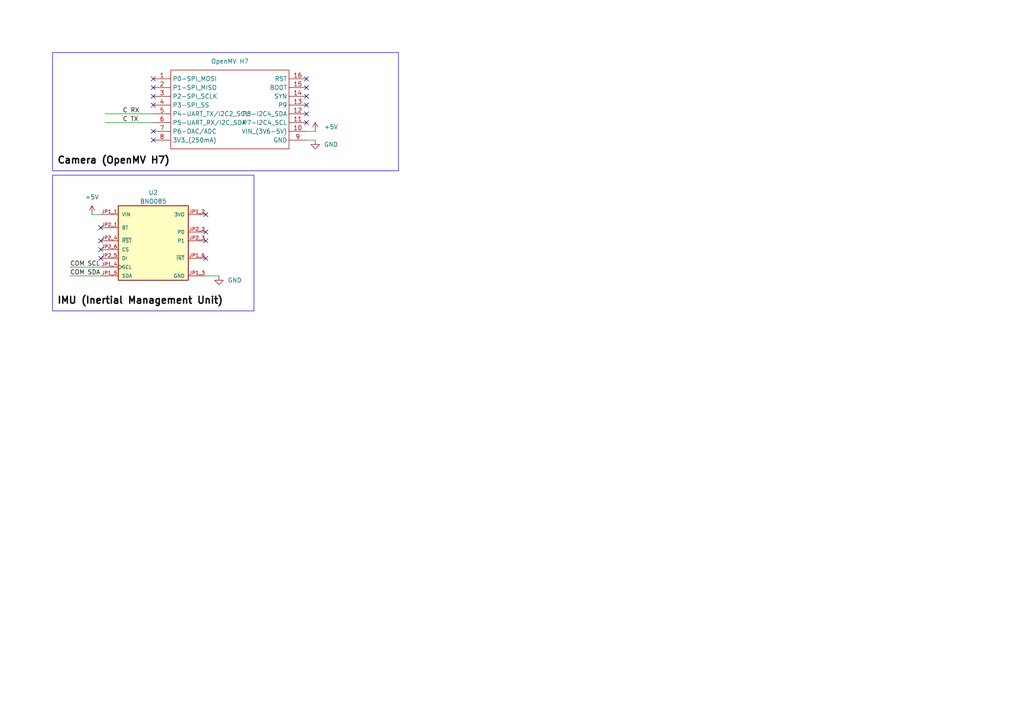
<source format=kicad_sch>
(kicad_sch (version 20230121) (generator eeschema)
  (paper "A4")
  (lib_symbols
    (symbol "4754:4754" (pin_names (offset 1.016))
      (property "Reference" "U" (at -10.16 12.192 0))
      (property "Value" "4754" (at -10.16 -12.7 0))
      (symbol "4754_0_0"
        (rectangle (start -10.16 11.43) (end 10.16 -10.16) (stroke (width 0.254)) (fill (type background)))
        (pin input line (at -15.24 8.89 0) (length 5.08) (name "VIN") (number "JP1_1"))
        (pin output line (at 15.24 8.89 180) (length 5.08) (name "3VO") (number "JP1_2"))
        (pin power_in line (at 15.24 -8.89 180) (length 5.08) (name "GND") (number "JP1_3"))
        (pin bidirectional clock (at -15.24 -6.35 0) (length 5.08) (name "SCL") (number "JP1_4"))
        (pin bidirectional line (at -15.24 -8.89 0) (length 5.08) (name "SDA") (number "JP1_5"))
        (pin output line (at 15.24 -3.81 180) (length 5.08) (name "~{INT}") (number "JP1_6"))
        (pin input line (at -15.24 5.08 0) (length 5.08) (name "BT") (number "JP2_1"))
        (pin bidirectional line (at 15.24 3.81 180) (length 5.08) (name "P0") (number "JP2_2"))
        (pin bidirectional line (at 15.24 1.27 180) (length 5.08) (name "P1") (number "JP2_3"))
        (pin input line (at -15.24 1.27 0) (length 5.08) (name "~{RST}") (number "JP2_4"))
        (pin input line (at -15.24 -3.81 0) (length 5.08) (name "DI") (number "JP2_5"))
        (pin input line (at -15.24 -1.27 0) (length 5.08) (name "CS") (number "JP2_6"))
      )
    )
    (symbol "OpenMV:OpenMV_H7"
      (property "Reference" "U" (at -16.51 3.81 0))
      (property "Value" "OpenMV H7" (at -12.7 1.27 0))
      (symbol "OpenMV_H7_0_1"
        (rectangle (start -17.78 0) (end 16.51 -22.86))
      )
      (symbol "OpenMV_H7_1_1"
        (pin input line (at -22.86 -2.54 0) (length 5.08) (name "P0-SPI_MOSI") (number "1"))
        (pin power_in line (at 21.59 -17.78 180) (length 5.08) (name "VIN_(3V6-5V)") (number "10"))
        (pin input line (at 21.59 -15.24 180) (length 5.08) (name "P7-I2C4_SCL") (number "11"))
        (pin bidirectional line (at 21.59 -12.7 180) (length 5.08) (name "P8-I2C4_SDA") (number "12"))
        (pin input line (at 21.59 -10.16 180) (length 5.08) (name "P9") (number "13"))
        (pin input line (at 21.59 -7.62 180) (length 5.08) (name "SYN") (number "14"))
        (pin input line (at 21.59 -5.08 180) (length 5.08) (name "BOOT") (number "15"))
        (pin input line (at 21.59 -2.54 180) (length 5.08) (name "RST") (number "16"))
        (pin input line (at -22.86 -5.08 0) (length 5.08) (name "P1-SPI_MISO") (number "2"))
        (pin input line (at -22.86 -7.62 0) (length 5.08) (name "P2-SPI_SCLK") (number "3"))
        (pin input line (at -22.86 -10.16 0) (length 5.08) (name "P3-SPI_SS") (number "4"))
        (pin input line (at -22.86 -12.7 0) (length 5.08) (name "P4-UART_TX/I2C2_SCL") (number "5"))
        (pin bidirectional line (at -22.86 -15.24 0) (length 5.08) (name "P5-UART_RX/I2C_SDA") (number "6"))
        (pin input line (at -22.86 -17.78 0) (length 5.08) (name "P6-DAC/ADC") (number "7"))
        (pin power_out line (at -22.86 -20.32 0) (length 5.08) (name "3V3_(250mA)") (number "8"))
        (pin power_in line (at 21.59 -20.32 180) (length 5.08) (name "GND") (number "9"))
      )
    )
    (symbol "power:+5V" (power) (pin_names (offset 0))
      (property "Value" "+5V" (at 0 3.556 0))
      (symbol "+5V_0_1"
        (polyline (pts (xy -0.762 1.27) (xy 0 2.54)))
        (polyline (pts (xy 0 0) (xy 0 2.54)))
        (polyline (pts (xy 0 2.54) (xy 0.762 1.27)))
      )
      (symbol "+5V_1_1"
        (pin power_in line (at 0 0 90) (length 0) hide (name "+5V") (number "1"))
      )
    )
    (symbol "power:GND" (power) (pin_names (offset 0))
      (property "Value" "GND" (at 0 -3.81 0))
      (symbol "GND_0_1"
        (polyline (pts (xy 0 0) (xy 0 -1.27) (xy 1.27 -1.27) (xy 0 -2.54) (xy -1.27 -1.27) (xy 0 -1.27)))
      )
      (symbol "GND_1_1"
        (pin power_in line (at 0 0 270) (length 0) hide (name "GND") (number "1"))
      )
    )
  )
  (no_connect (at 88.9 35.56))
  (no_connect (at 44.45 27.94))
  (no_connect (at 29.21 74.93))
  (no_connect (at 59.69 67.31))
  (no_connect (at 88.9 27.94))
  (no_connect (at 88.9 33.02))
  (no_connect (at 88.9 30.48))
  (no_connect (at 44.45 40.64))
  (no_connect (at 59.69 62.23))
  (no_connect (at 88.9 22.86))
  (no_connect (at 29.21 66.04))
  (no_connect (at 44.45 22.86))
  (no_connect (at 59.69 74.93))
  (no_connect (at 44.45 30.48))
  (no_connect (at 44.45 38.1))
  (no_connect (at 44.45 25.4))
  (no_connect (at 29.21 72.39))
  (no_connect (at 88.9 25.4))
  (no_connect (at 59.69 69.85))
  (no_connect (at 29.21 69.85))
  (wire (pts (xy 88.9 40.64) (xy 91.44 40.64)))
  (wire (pts (xy 20.32 77.47) (xy 29.21 77.47)))
  (wire (pts (xy 20.32 80.01) (xy 29.21 80.01)))
  (wire (pts (xy 88.9 38.1) (xy 91.44 38.1)))
  (wire (pts (xy 59.69 80.01) (xy 63.5 80.01)))
  (wire (pts (xy 30.48 33.02) (xy 44.45 33.02)))
  (wire (pts (xy 30.48 35.56) (xy 44.45 35.56)))
  (wire (pts (xy 26.67 62.23) (xy 29.21 62.23)))
  (rectangle (start 15.24 50.8) (end 73.66 90.17))
  (rectangle (start 15.24 15.24) (end 115.57 49.53))
  (label "C RX" (at 35.56 33.02 0))
  (label "Camera (OpenMV H7)" (at 16.51 48.26 0) (effects (font (size 2 2) (thickness 0.4) bold)))
  (label "C TX" (at 35.56 35.56 0))
  (label "COM SDA" (at 20.32 80.01 0))
  (label "IMU (Inertial Management Unit)" (at 16.51 88.9 0) (effects (font (size 2 2) (thickness 0.4) bold)))
  (label "COM SCL" (at 20.32 77.47 0))
  (symbol (lib_id "power:+5V") (at 26.67 62.23 0) (unit 1)
    (property "Reference" "#PWR03" (effects hide))
    (property "Value" "+5V" (at 26.67 57.15 0))
  )
  (symbol (lib_id "power:GND") (at 63.5 80.01 0) (unit 1)
    (property "Reference" "#PWR04" (effects hide))
    (property "Value" "GND" (at 66.04 81.28 0) (effects (justify left)))
  )
  (symbol (lib_id "power:+5V") (at 91.44 38.1 0) (unit 1)
    (property "Reference" "#PWR01" (effects hide))
    (property "Value" "+5V" (at 93.98 36.83 0) (effects (justify left)))
  )
  (symbol (lib_id "4754:4754") (at 44.45 71.12 0) (unit 1)
    (property "Reference" "U2" (at 44.45 55.88 0))
    (property "Value" "BNO085" (at 44.45 58.42 0))
    (property "Footprint" "footprints:bno085" (effects hide))
    (property "MANUFACTURER" "Adafruit" (effects hide))
    (property "PARTREV" "2021-03-16" (effects hide))
    (property "STANDARD" "Manufacturer Recommendations" (effects hide))
    (property "SNAPEDA_PN" "4754" (effects hide))
    (property "MAXIMUM_PACKAGE_HEIGHT" "4.6mm" (effects hide))
  )
  (symbol (lib_id "power:GND") (at 91.44 40.64 0) (unit 1)
    (property "Reference" "#PWR02" (effects hide))
    (property "Value" "GND" (at 93.98 41.91 0) (effects (justify left)))
  )
  (symbol (lib_id "OpenMV:OpenMV_H7") (at 67.31 20.32 0) (unit 1)
    (property "Reference" "U1" (effects hide))
    (property "Value" "OpenMV H7" (at 66.675 17.78 0))
    (property "Footprint" "footprints:openmv" (effects hide))
    (property "Datasheet" "https://cdn.shopify.com/s/files/1/0803/9211/files/OpenMV-H7.pdf?10726770933929369108" (effects hide))
  )
)
</source>
